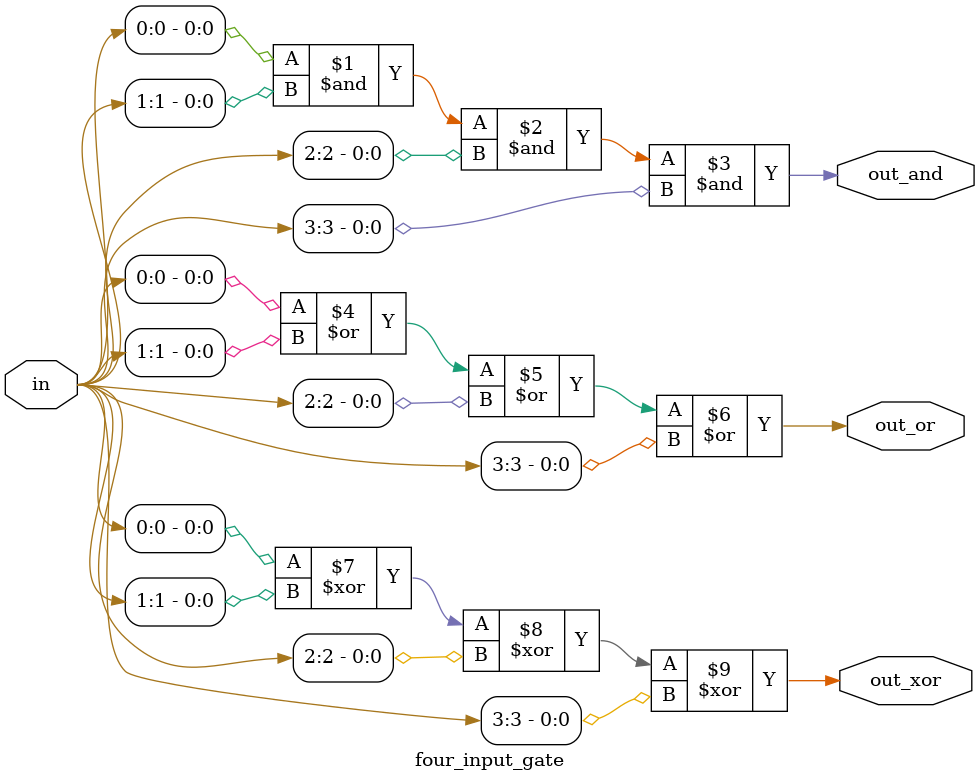
<source format=v>
module four_input_gate( 
    input [3:0] in,
    output out_and,
    output out_or,
    output out_xor
);
    assign out_and = (in[0] & in[1] & in[2] & in[3]);
    assign out_or = (in[0] | in[1] | in[2] | in[3]);
    assign out_xor = (in[0] ^ in[1] ^ in[2] ^ in[3]);

endmodule

</source>
